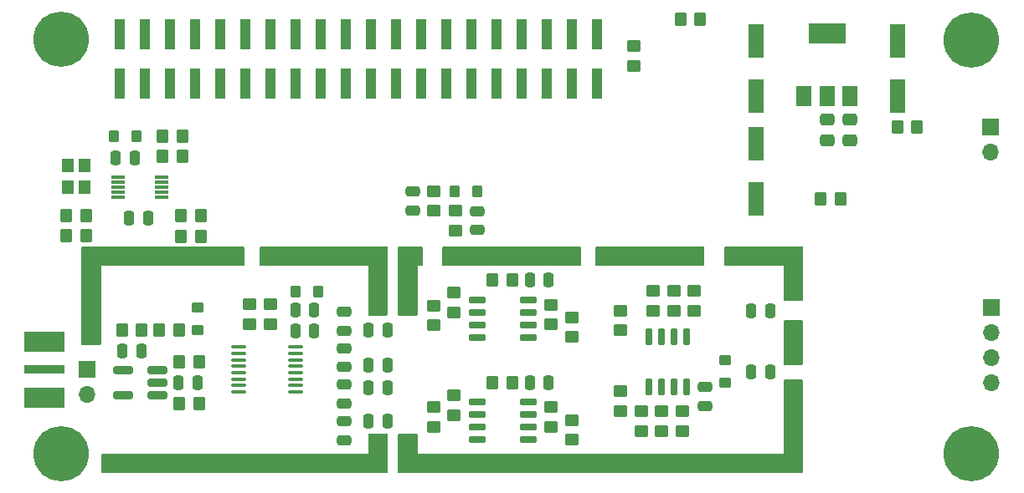
<source format=gbr>
%TF.GenerationSoftware,KiCad,Pcbnew,6.0.2+dfsg-1*%
%TF.CreationDate,2024-02-19T13:29:31+02:00*%
%TF.ProjectId,qsd_with_si5351_and_rp2040,7173645f-7769-4746-985f-736935333531,rev?*%
%TF.SameCoordinates,Original*%
%TF.FileFunction,Soldermask,Top*%
%TF.FilePolarity,Negative*%
%FSLAX46Y46*%
G04 Gerber Fmt 4.6, Leading zero omitted, Abs format (unit mm)*
G04 Created by KiCad (PCBNEW 6.0.2+dfsg-1) date 2024-02-19 13:29:31*
%MOMM*%
%LPD*%
G01*
G04 APERTURE LIST*
G04 Aperture macros list*
%AMRoundRect*
0 Rectangle with rounded corners*
0 $1 Rounding radius*
0 $2 $3 $4 $5 $6 $7 $8 $9 X,Y pos of 4 corners*
0 Add a 4 corners polygon primitive as box body*
4,1,4,$2,$3,$4,$5,$6,$7,$8,$9,$2,$3,0*
0 Add four circle primitives for the rounded corners*
1,1,$1+$1,$2,$3*
1,1,$1+$1,$4,$5*
1,1,$1+$1,$6,$7*
1,1,$1+$1,$8,$9*
0 Add four rect primitives between the rounded corners*
20,1,$1+$1,$2,$3,$4,$5,0*
20,1,$1+$1,$4,$5,$6,$7,0*
20,1,$1+$1,$6,$7,$8,$9,0*
20,1,$1+$1,$8,$9,$2,$3,0*%
G04 Aperture macros list end*
%ADD10RoundRect,0.250000X-0.250000X-0.475000X0.250000X-0.475000X0.250000X0.475000X-0.250000X0.475000X0*%
%ADD11RoundRect,0.250000X-0.450000X0.350000X-0.450000X-0.350000X0.450000X-0.350000X0.450000X0.350000X0*%
%ADD12R,1.600000X3.500000*%
%ADD13RoundRect,0.250000X0.450000X-0.350000X0.450000X0.350000X-0.450000X0.350000X-0.450000X-0.350000X0*%
%ADD14RoundRect,0.150000X-0.725000X-0.150000X0.725000X-0.150000X0.725000X0.150000X-0.725000X0.150000X0*%
%ADD15R,1.700000X1.700000*%
%ADD16O,1.700000X1.700000*%
%ADD17RoundRect,0.250000X0.350000X0.450000X-0.350000X0.450000X-0.350000X-0.450000X0.350000X-0.450000X0*%
%ADD18RoundRect,0.250000X-0.350000X-0.450000X0.350000X-0.450000X0.350000X0.450000X-0.350000X0.450000X0*%
%ADD19RoundRect,0.250000X-0.475000X0.337500X-0.475000X-0.337500X0.475000X-0.337500X0.475000X0.337500X0*%
%ADD20RoundRect,0.250000X0.275000X0.350000X-0.275000X0.350000X-0.275000X-0.350000X0.275000X-0.350000X0*%
%ADD21R,1.200000X1.400000*%
%ADD22RoundRect,0.250000X0.475000X-0.250000X0.475000X0.250000X-0.475000X0.250000X-0.475000X-0.250000X0*%
%ADD23RoundRect,0.250000X-0.475000X0.250000X-0.475000X-0.250000X0.475000X-0.250000X0.475000X0.250000X0*%
%ADD24C,5.600000*%
%ADD25C,3.600000*%
%ADD26RoundRect,0.250000X0.250000X0.475000X-0.250000X0.475000X-0.250000X-0.475000X0.250000X-0.475000X0*%
%ADD27R,1.000000X3.150000*%
%ADD28R,1.400000X0.300000*%
%ADD29RoundRect,0.100000X-0.637500X-0.100000X0.637500X-0.100000X0.637500X0.100000X-0.637500X0.100000X0*%
%ADD30RoundRect,0.250000X-0.350000X0.275000X-0.350000X-0.275000X0.350000X-0.275000X0.350000X0.275000X0*%
%ADD31R,1.500000X2.000000*%
%ADD32R,3.800000X2.000000*%
%ADD33RoundRect,0.200000X0.800000X0.200000X-0.800000X0.200000X-0.800000X-0.200000X0.800000X-0.200000X0*%
%ADD34RoundRect,0.150000X-0.150000X0.725000X-0.150000X-0.725000X0.150000X-0.725000X0.150000X0.725000X0*%
%ADD35R,4.100000X0.900000*%
%ADD36R,4.100000X2.000000*%
G04 APERTURE END LIST*
D10*
%TO.C,C11*%
X60050000Y-62300000D03*
X61950000Y-62300000D03*
%TD*%
%TO.C,C18*%
X76350000Y-61800000D03*
X78250000Y-61800000D03*
%TD*%
D11*
%TO.C,R1*%
X88800000Y-52500000D03*
X88800000Y-54500000D03*
%TD*%
D10*
%TO.C,C12*%
X60050000Y-60000000D03*
X61950000Y-60000000D03*
%TD*%
D12*
%TO.C,C208*%
X99200000Y-27200000D03*
X99200000Y-32800000D03*
%TD*%
D13*
%TO.C,R9*%
X66600000Y-56000000D03*
X66600000Y-54000000D03*
%TD*%
D14*
%TO.C,U4*%
X71025000Y-63795000D03*
X71025000Y-65065000D03*
X71025000Y-66335000D03*
X71025000Y-67605000D03*
X76175000Y-67605000D03*
X76175000Y-66335000D03*
X76175000Y-65065000D03*
X76175000Y-63795000D03*
%TD*%
D11*
%TO.C,R15*%
X80600000Y-65600000D03*
X80600000Y-67600000D03*
%TD*%
D15*
%TO.C,J3*%
X123000000Y-54200000D03*
D16*
X123000000Y-56740000D03*
X123000000Y-59280000D03*
X123000000Y-61820000D03*
%TD*%
D17*
%TO.C,R16*%
X74600000Y-61800000D03*
X72600000Y-61800000D03*
%TD*%
D13*
%TO.C,R17*%
X68700000Y-65100000D03*
X68700000Y-63100000D03*
%TD*%
D18*
%TO.C,R206*%
X113500000Y-35900000D03*
X115500000Y-35900000D03*
%TD*%
D19*
%TO.C,C204*%
X108700000Y-35162500D03*
X108700000Y-37237500D03*
%TD*%
D11*
%TO.C,R5*%
X93000000Y-52500000D03*
X93000000Y-54500000D03*
%TD*%
D13*
%TO.C,R13*%
X78500000Y-55900000D03*
X78500000Y-53900000D03*
%TD*%
%TO.C,R8*%
X85500000Y-64700000D03*
X85500000Y-62700000D03*
%TD*%
D10*
%TO.C,C1*%
X98750000Y-54500000D03*
X100650000Y-54500000D03*
%TD*%
%TO.C,C103*%
X34500000Y-39000000D03*
X36400000Y-39000000D03*
%TD*%
D18*
%TO.C,R26*%
X40940000Y-59700000D03*
X42940000Y-59700000D03*
%TD*%
D20*
%TO.C,FB2*%
X54950000Y-52550000D03*
X52650000Y-52550000D03*
%TD*%
D10*
%TO.C,C7*%
X52650000Y-56575000D03*
X54550000Y-56575000D03*
%TD*%
D21*
%TO.C,Y101*%
X31350000Y-42000000D03*
X31350000Y-39800000D03*
X29650000Y-39800000D03*
X29650000Y-42000000D03*
%TD*%
D11*
%TO.C,R24*%
X68800000Y-44400000D03*
X68800000Y-46400000D03*
%TD*%
D17*
%TO.C,R11*%
X74600000Y-51400000D03*
X72600000Y-51400000D03*
%TD*%
D12*
%TO.C,C201*%
X113500000Y-32800000D03*
X113500000Y-27200000D03*
%TD*%
D18*
%TO.C,R103*%
X41100000Y-44900000D03*
X43100000Y-44900000D03*
%TD*%
D15*
%TO.C,J2*%
X31600000Y-60500000D03*
D16*
X31600000Y-63040000D03*
%TD*%
D10*
%TO.C,C9*%
X60050000Y-56500000D03*
X61950000Y-56500000D03*
%TD*%
D11*
%TO.C,R102*%
X48000000Y-53875000D03*
X48000000Y-55875000D03*
%TD*%
D13*
%TO.C,R6*%
X91800000Y-66700000D03*
X91800000Y-64700000D03*
%TD*%
D11*
%TO.C,R25*%
X66600000Y-42400000D03*
X66600000Y-44400000D03*
%TD*%
D22*
%TO.C,C3*%
X57600000Y-56525000D03*
X57600000Y-54625000D03*
%TD*%
D13*
%TO.C,R12*%
X68700000Y-54700000D03*
X68700000Y-52700000D03*
%TD*%
D23*
%TO.C,C6*%
X57600000Y-62025000D03*
X57600000Y-63925000D03*
%TD*%
D15*
%TO.C,J201*%
X122975000Y-35900000D03*
D16*
X122975000Y-38440000D03*
%TD*%
D24*
%TO.C,H2*%
X121000000Y-27100000D03*
D25*
X121000000Y-27100000D03*
%TD*%
D18*
%TO.C,R202*%
X39200000Y-36800000D03*
X41200000Y-36800000D03*
%TD*%
D24*
%TO.C,H4*%
X29000000Y-27000000D03*
D25*
X29000000Y-27000000D03*
%TD*%
D23*
%TO.C,C5*%
X57600000Y-65725000D03*
X57600000Y-67625000D03*
%TD*%
D24*
%TO.C,H1*%
X29000000Y-69000000D03*
D25*
X29000000Y-69000000D03*
%TD*%
D26*
%TO.C,C104*%
X37750000Y-45100000D03*
X35850000Y-45100000D03*
%TD*%
D10*
%TO.C,C8*%
X40850000Y-61800000D03*
X42750000Y-61800000D03*
%TD*%
D27*
%TO.C,J102*%
X34870000Y-31525000D03*
X34870000Y-26475000D03*
X37410000Y-31525000D03*
X37410000Y-26475000D03*
X39950000Y-31525000D03*
X39950000Y-26475000D03*
X42490000Y-31525000D03*
X42490000Y-26475000D03*
X45030000Y-31525000D03*
X45030000Y-26475000D03*
X47570000Y-31525000D03*
X47570000Y-26475000D03*
X50110000Y-31525000D03*
X50110000Y-26475000D03*
X52650000Y-31525000D03*
X52650000Y-26475000D03*
X55190000Y-31525000D03*
X55190000Y-26475000D03*
X57730000Y-31525000D03*
X57730000Y-26475000D03*
X60270000Y-31525000D03*
X60270000Y-26475000D03*
X62810000Y-31525000D03*
X62810000Y-26475000D03*
X65350000Y-31525000D03*
X65350000Y-26475000D03*
X67890000Y-31525000D03*
X67890000Y-26475000D03*
X70430000Y-31525000D03*
X70430000Y-26475000D03*
X72970000Y-31525000D03*
X72970000Y-26475000D03*
X75510000Y-31525000D03*
X75510000Y-26475000D03*
X78050000Y-31525000D03*
X78050000Y-26475000D03*
X80590000Y-31525000D03*
X80590000Y-26475000D03*
X83130000Y-31525000D03*
X83130000Y-26475000D03*
%TD*%
D28*
%TO.C,U103*%
X34700000Y-41000000D03*
X34700000Y-41500000D03*
X34700000Y-42000000D03*
X34700000Y-42500000D03*
X34700000Y-43000000D03*
X39100000Y-43000000D03*
X39100000Y-42500000D03*
X39100000Y-42000000D03*
X39100000Y-41500000D03*
X39100000Y-41000000D03*
%TD*%
D10*
%TO.C,C17*%
X98750000Y-60700000D03*
X100650000Y-60700000D03*
%TD*%
%TO.C,C16*%
X76350000Y-51400000D03*
X78250000Y-51400000D03*
%TD*%
D29*
%TO.C,U2*%
X46937500Y-58200000D03*
X46937500Y-58850000D03*
X46937500Y-59500000D03*
X46937500Y-60150000D03*
X46937500Y-60800000D03*
X46937500Y-61450000D03*
X46937500Y-62100000D03*
X46937500Y-62750000D03*
X52662500Y-62750000D03*
X52662500Y-62100000D03*
X52662500Y-61450000D03*
X52662500Y-60800000D03*
X52662500Y-60150000D03*
X52662500Y-59500000D03*
X52662500Y-58850000D03*
X52662500Y-58200000D03*
%TD*%
D30*
%TO.C,FB1*%
X42775000Y-54200000D03*
X42775000Y-56500000D03*
%TD*%
D23*
%TO.C,C19*%
X94061977Y-62250000D03*
X94061977Y-64150000D03*
%TD*%
D31*
%TO.C,U201*%
X104100000Y-32750000D03*
X106400000Y-32750000D03*
D32*
X106400000Y-26450000D03*
D31*
X108700000Y-32750000D03*
%TD*%
D23*
%TO.C,C13*%
X71000000Y-44450000D03*
X71000000Y-46350000D03*
%TD*%
D12*
%TO.C,C203*%
X99200000Y-43200000D03*
X99200000Y-37600000D03*
%TD*%
D17*
%TO.C,R205*%
X93600000Y-25000000D03*
X91600000Y-25000000D03*
%TD*%
D30*
%TO.C,FB6*%
X96061977Y-59550000D03*
X96061977Y-61850000D03*
%TD*%
D26*
%TO.C,C2*%
X37050000Y-58600000D03*
X35150000Y-58600000D03*
%TD*%
D33*
%TO.C,U1*%
X38690000Y-60530000D03*
X38690000Y-61800000D03*
X38690000Y-63070000D03*
X35190000Y-63070000D03*
X35200000Y-60530000D03*
%TD*%
D22*
%TO.C,C4*%
X57600000Y-60225000D03*
X57600000Y-58325000D03*
%TD*%
D18*
%TO.C,R201*%
X39200000Y-38900000D03*
X41200000Y-38900000D03*
%TD*%
D20*
%TO.C,FB102*%
X36600000Y-36850000D03*
X34300000Y-36850000D03*
%TD*%
D34*
%TO.C,U5*%
X92205000Y-57125000D03*
X90935000Y-57125000D03*
X89665000Y-57125000D03*
X88395000Y-57125000D03*
X88395000Y-62275000D03*
X89665000Y-62275000D03*
X90935000Y-62275000D03*
X92205000Y-62275000D03*
%TD*%
D18*
%TO.C,R107*%
X29500000Y-44900000D03*
X31500000Y-44900000D03*
%TD*%
D23*
%TO.C,C14*%
X64500000Y-42450000D03*
X64500000Y-44350000D03*
%TD*%
D11*
%TO.C,R10*%
X80600000Y-55200000D03*
X80600000Y-57200000D03*
%TD*%
D19*
%TO.C,C206*%
X106400000Y-35162500D03*
X106400000Y-37237500D03*
%TD*%
D11*
%TO.C,R101*%
X50100000Y-53875000D03*
X50100000Y-55875000D03*
%TD*%
D17*
%TO.C,R19*%
X37100000Y-56500000D03*
X35100000Y-56500000D03*
%TD*%
D18*
%TO.C,R27*%
X40940000Y-63900000D03*
X42940000Y-63900000D03*
%TD*%
D13*
%TO.C,R18*%
X78500000Y-66300000D03*
X78500000Y-64300000D03*
%TD*%
D14*
%TO.C,U3*%
X71025000Y-53395000D03*
X71025000Y-54665000D03*
X71025000Y-55935000D03*
X71025000Y-57205000D03*
X76175000Y-57205000D03*
X76175000Y-55935000D03*
X76175000Y-54665000D03*
X76175000Y-53395000D03*
%TD*%
D13*
%TO.C,R4*%
X87600000Y-66700000D03*
X87600000Y-64700000D03*
%TD*%
%TO.C,R14*%
X66600000Y-66300000D03*
X66600000Y-64300000D03*
%TD*%
D24*
%TO.C,H3*%
X121000000Y-69000000D03*
D25*
X121000000Y-69000000D03*
%TD*%
D18*
%TO.C,R106*%
X29500000Y-46900000D03*
X31500000Y-46900000D03*
%TD*%
%TO.C,R208*%
X105750000Y-43200000D03*
X107750000Y-43200000D03*
%TD*%
D17*
%TO.C,R104*%
X43100000Y-47000000D03*
X41100000Y-47000000D03*
%TD*%
D10*
%TO.C,C15*%
X52650000Y-54475000D03*
X54550000Y-54475000D03*
%TD*%
D11*
%TO.C,R7*%
X85500000Y-54500000D03*
X85500000Y-56500000D03*
%TD*%
D13*
%TO.C,R207*%
X86875000Y-29700000D03*
X86875000Y-27700000D03*
%TD*%
D11*
%TO.C,R2*%
X90900000Y-52500000D03*
X90900000Y-54500000D03*
%TD*%
D13*
%TO.C,R3*%
X89700000Y-66700000D03*
X89700000Y-64700000D03*
%TD*%
D35*
%TO.C,J1*%
X27295000Y-60500000D03*
D36*
X27295000Y-63300000D03*
X27295000Y-57700000D03*
%TD*%
D17*
%TO.C,R20*%
X40900000Y-56500000D03*
X38900000Y-56500000D03*
%TD*%
D20*
%TO.C,FB3*%
X71025000Y-42400000D03*
X68725000Y-42400000D03*
%TD*%
D10*
%TO.C,C10*%
X60050000Y-65700000D03*
X61950000Y-65700000D03*
%TD*%
G36*
X103942121Y-61520002D02*
G01*
X103988614Y-61573658D01*
X104000000Y-61626000D01*
X104000000Y-70874000D01*
X103979998Y-70942121D01*
X103926342Y-70988614D01*
X103874000Y-71000000D01*
X63126000Y-71000000D01*
X63057879Y-70979998D01*
X63011386Y-70926342D01*
X63000000Y-70874000D01*
X63000000Y-67126000D01*
X63020002Y-67057879D01*
X63073658Y-67011386D01*
X63126000Y-67000000D01*
X64874000Y-67000000D01*
X64942121Y-67020002D01*
X64988614Y-67073658D01*
X65000000Y-67126000D01*
X65000000Y-68981885D01*
X65004475Y-68997124D01*
X65005865Y-68998329D01*
X65013548Y-69000000D01*
X101981885Y-69000000D01*
X101997124Y-68995525D01*
X101998329Y-68994135D01*
X102000000Y-68986452D01*
X102000000Y-61626000D01*
X102020002Y-61557879D01*
X102073658Y-61511386D01*
X102126000Y-61500000D01*
X103874000Y-61500000D01*
X103942121Y-61520002D01*
G37*
G36*
X47442121Y-48020002D02*
G01*
X47488614Y-48073658D01*
X47500000Y-48126000D01*
X47500000Y-49874000D01*
X47479998Y-49942121D01*
X47426342Y-49988614D01*
X47374000Y-50000000D01*
X33018115Y-50000000D01*
X33002876Y-50004475D01*
X33001671Y-50005865D01*
X33000000Y-50013548D01*
X33000000Y-57874000D01*
X32979998Y-57942121D01*
X32926342Y-57988614D01*
X32874000Y-58000000D01*
X31126000Y-58000000D01*
X31057879Y-57979998D01*
X31011386Y-57926342D01*
X31000000Y-57874000D01*
X31000000Y-48126000D01*
X31020002Y-48057879D01*
X31073658Y-48011386D01*
X31126000Y-48000000D01*
X47374000Y-48000000D01*
X47442121Y-48020002D01*
G37*
G36*
X61942121Y-48020002D02*
G01*
X61988614Y-48073658D01*
X62000000Y-48126000D01*
X62000000Y-54874000D01*
X61979998Y-54942121D01*
X61926342Y-54988614D01*
X61874000Y-55000000D01*
X60126000Y-55000000D01*
X60057879Y-54979998D01*
X60011386Y-54926342D01*
X60000000Y-54874000D01*
X60000000Y-50018115D01*
X59995525Y-50002876D01*
X59994135Y-50001671D01*
X59986452Y-50000000D01*
X49126000Y-50000000D01*
X49057879Y-49979998D01*
X49011386Y-49926342D01*
X49000000Y-49874000D01*
X49000000Y-48126000D01*
X49020002Y-48057879D01*
X49073658Y-48011386D01*
X49126000Y-48000000D01*
X61874000Y-48000000D01*
X61942121Y-48020002D01*
G37*
G36*
X103942121Y-55520002D02*
G01*
X103988614Y-55573658D01*
X104000000Y-55626000D01*
X104000000Y-59874000D01*
X103979998Y-59942121D01*
X103926342Y-59988614D01*
X103874000Y-60000000D01*
X102126000Y-60000000D01*
X102057879Y-59979998D01*
X102011386Y-59926342D01*
X102000000Y-59874000D01*
X102000000Y-55626000D01*
X102020002Y-55557879D01*
X102073658Y-55511386D01*
X102126000Y-55500000D01*
X103874000Y-55500000D01*
X103942121Y-55520002D01*
G37*
G36*
X103942121Y-48020002D02*
G01*
X103988614Y-48073658D01*
X104000000Y-48126000D01*
X104000000Y-53374000D01*
X103979998Y-53442121D01*
X103926342Y-53488614D01*
X103874000Y-53500000D01*
X102126000Y-53500000D01*
X102057879Y-53479998D01*
X102011386Y-53426342D01*
X102000000Y-53374000D01*
X102000000Y-50018115D01*
X101995525Y-50002876D01*
X101994135Y-50001671D01*
X101986452Y-50000000D01*
X96126000Y-50000000D01*
X96057879Y-49979998D01*
X96011386Y-49926342D01*
X96000000Y-49874000D01*
X96000000Y-48126000D01*
X96020002Y-48057879D01*
X96073658Y-48011386D01*
X96126000Y-48000000D01*
X103874000Y-48000000D01*
X103942121Y-48020002D01*
G37*
G36*
X61942121Y-67020002D02*
G01*
X61988614Y-67073658D01*
X62000000Y-67126000D01*
X62000000Y-70874000D01*
X61979998Y-70942121D01*
X61926342Y-70988614D01*
X61874000Y-71000000D01*
X33126000Y-71000000D01*
X33057879Y-70979998D01*
X33011386Y-70926342D01*
X33000000Y-70874000D01*
X33000000Y-69126000D01*
X33020002Y-69057879D01*
X33073658Y-69011386D01*
X33126000Y-69000000D01*
X59981885Y-69000000D01*
X59997124Y-68995525D01*
X59998329Y-68994135D01*
X60000000Y-68986452D01*
X60000000Y-67126000D01*
X60020002Y-67057879D01*
X60073658Y-67011386D01*
X60126000Y-67000000D01*
X61874000Y-67000000D01*
X61942121Y-67020002D01*
G37*
G36*
X81442121Y-48020002D02*
G01*
X81488614Y-48073658D01*
X81500000Y-48126000D01*
X81500000Y-49874000D01*
X81479998Y-49942121D01*
X81426342Y-49988614D01*
X81374000Y-50000000D01*
X67626000Y-50000000D01*
X67557879Y-49979998D01*
X67511386Y-49926342D01*
X67500000Y-49874000D01*
X67500000Y-48126000D01*
X67520002Y-48057879D01*
X67573658Y-48011386D01*
X67626000Y-48000000D01*
X81374000Y-48000000D01*
X81442121Y-48020002D01*
G37*
G36*
X93942121Y-48020002D02*
G01*
X93988614Y-48073658D01*
X94000000Y-48126000D01*
X94000000Y-49874000D01*
X93979998Y-49942121D01*
X93926342Y-49988614D01*
X93874000Y-50000000D01*
X83126000Y-50000000D01*
X83057879Y-49979998D01*
X83011386Y-49926342D01*
X83000000Y-49874000D01*
X83000000Y-48126000D01*
X83020002Y-48057879D01*
X83073658Y-48011386D01*
X83126000Y-48000000D01*
X93874000Y-48000000D01*
X93942121Y-48020002D01*
G37*
G36*
X65442121Y-48020002D02*
G01*
X65488614Y-48073658D01*
X65500000Y-48126000D01*
X65500000Y-49874000D01*
X65479998Y-49942121D01*
X65426342Y-49988614D01*
X65374000Y-50000000D01*
X65018115Y-50000000D01*
X65002876Y-50004475D01*
X65001671Y-50005865D01*
X65000000Y-50013548D01*
X65000000Y-54874000D01*
X64979998Y-54942121D01*
X64926342Y-54988614D01*
X64874000Y-55000000D01*
X63126000Y-55000000D01*
X63057879Y-54979998D01*
X63011386Y-54926342D01*
X63000000Y-54874000D01*
X63000000Y-48126000D01*
X63020002Y-48057879D01*
X63073658Y-48011386D01*
X63126000Y-48000000D01*
X65374000Y-48000000D01*
X65442121Y-48020002D01*
G37*
M02*

</source>
